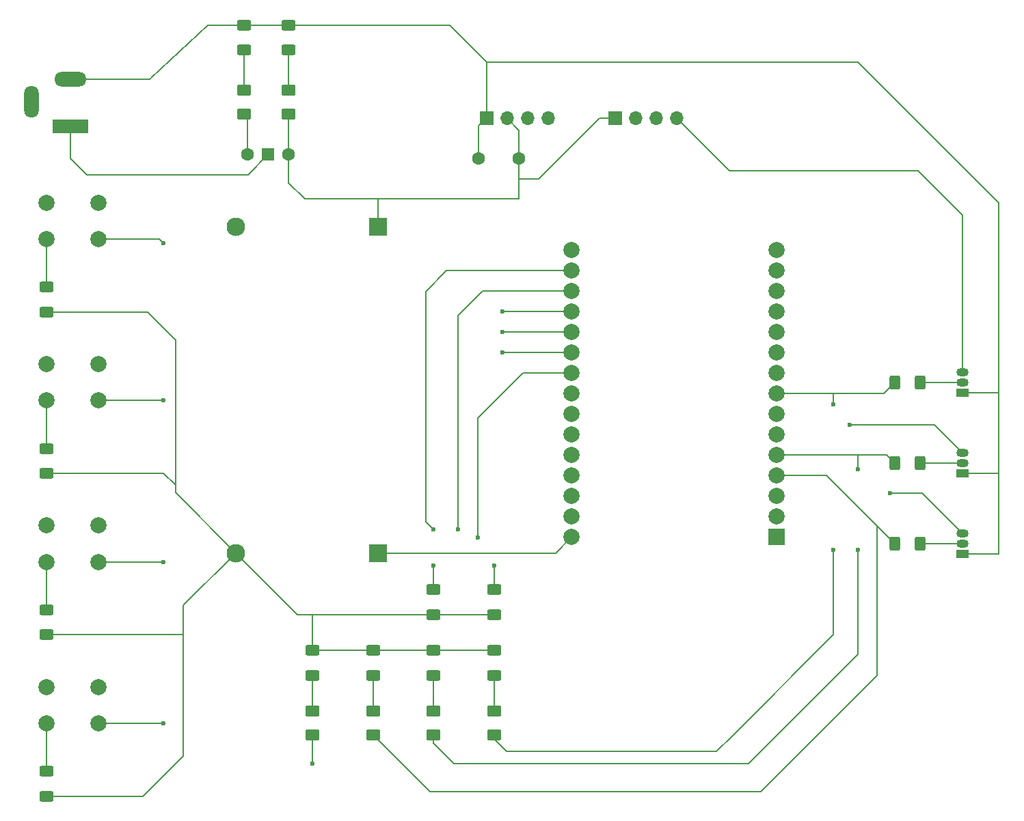
<source format=gbr>
%TF.GenerationSoftware,KiCad,Pcbnew,8.0.3-1.fc39*%
%TF.CreationDate,2024-06-27T20:10:53-06:00*%
%TF.ProjectId,Electronics,456c6563-7472-46f6-9e69-63732e6b6963,rev?*%
%TF.SameCoordinates,Original*%
%TF.FileFunction,Copper,L1,Top*%
%TF.FilePolarity,Positive*%
%FSLAX46Y46*%
G04 Gerber Fmt 4.6, Leading zero omitted, Abs format (unit mm)*
G04 Created by KiCad (PCBNEW 8.0.3-1.fc39) date 2024-06-27 20:10:53*
%MOMM*%
%LPD*%
G01*
G04 APERTURE LIST*
G04 Aperture macros list*
%AMRoundRect*
0 Rectangle with rounded corners*
0 $1 Rounding radius*
0 $2 $3 $4 $5 $6 $7 $8 $9 X,Y pos of 4 corners*
0 Add a 4 corners polygon primitive as box body*
4,1,4,$2,$3,$4,$5,$6,$7,$8,$9,$2,$3,0*
0 Add four circle primitives for the rounded corners*
1,1,$1+$1,$2,$3*
1,1,$1+$1,$4,$5*
1,1,$1+$1,$6,$7*
1,1,$1+$1,$8,$9*
0 Add four rect primitives between the rounded corners*
20,1,$1+$1,$2,$3,$4,$5,0*
20,1,$1+$1,$4,$5,$6,$7,0*
20,1,$1+$1,$6,$7,$8,$9,0*
20,1,$1+$1,$8,$9,$2,$3,0*%
G04 Aperture macros list end*
%TA.AperFunction,Conductor*%
%ADD10C,0.200000*%
%TD*%
%TA.AperFunction,SMDPad,CuDef*%
%ADD11RoundRect,0.250001X-0.624999X0.462499X-0.624999X-0.462499X0.624999X-0.462499X0.624999X0.462499X0*%
%TD*%
%TA.AperFunction,ComponentPad*%
%ADD12R,1.700000X1.700000*%
%TD*%
%TA.AperFunction,ComponentPad*%
%ADD13O,1.700000X1.700000*%
%TD*%
%TA.AperFunction,SMDPad,CuDef*%
%ADD14RoundRect,0.250000X0.400000X0.625000X-0.400000X0.625000X-0.400000X-0.625000X0.400000X-0.625000X0*%
%TD*%
%TA.AperFunction,SMDPad,CuDef*%
%ADD15RoundRect,0.250000X0.625000X-0.400000X0.625000X0.400000X-0.625000X0.400000X-0.625000X-0.400000X0*%
%TD*%
%TA.AperFunction,ComponentPad*%
%ADD16R,4.400000X1.800000*%
%TD*%
%TA.AperFunction,ComponentPad*%
%ADD17O,4.000000X1.800000*%
%TD*%
%TA.AperFunction,ComponentPad*%
%ADD18O,1.800000X4.000000*%
%TD*%
%TA.AperFunction,ComponentPad*%
%ADD19R,1.500000X1.050000*%
%TD*%
%TA.AperFunction,ComponentPad*%
%ADD20O,1.500000X1.050000*%
%TD*%
%TA.AperFunction,SMDPad,CuDef*%
%ADD21RoundRect,0.250000X-0.625000X0.400000X-0.625000X-0.400000X0.625000X-0.400000X0.625000X0.400000X0*%
%TD*%
%TA.AperFunction,ComponentPad*%
%ADD22C,2.000000*%
%TD*%
%TA.AperFunction,ComponentPad*%
%ADD23R,2.000000X2.000000*%
%TD*%
%TA.AperFunction,ComponentPad*%
%ADD24R,2.300000X2.300000*%
%TD*%
%TA.AperFunction,ComponentPad*%
%ADD25C,2.300000*%
%TD*%
%TA.AperFunction,ComponentPad*%
%ADD26R,1.500000X1.500000*%
%TD*%
%TA.AperFunction,ComponentPad*%
%ADD27C,1.600000*%
%TD*%
%TA.AperFunction,ViaPad*%
%ADD28C,0.600000*%
%TD*%
G04 APERTURE END LIST*
D10*
%TO.N,GND_HIGH*%
X118500000Y-55000000D02*
X111500000Y-61500000D01*
%TD*%
D11*
%TO.P,D2,1,K*%
%TO.N,Net-(D2-K)*%
X131500000Y-140012500D03*
%TO.P,D2,2,A*%
%TO.N,Net-(D2-A)*%
X131500000Y-142987500D03*
%TD*%
D12*
%TO.P,D1,1,A*%
%TO.N,Net-(D1-A)*%
X169000000Y-66500000D03*
D13*
%TO.P,D1,2,GK*%
%TO.N,Net-(D1-GK)*%
X171540000Y-66500000D03*
%TO.P,D1,3,RK*%
%TO.N,Net-(D1-RK)*%
X174080000Y-66500000D03*
%TO.P,D1,4,BK*%
%TO.N,Net-(D1-BK)*%
X176620000Y-66500000D03*
%TD*%
D11*
%TO.P,D7,1,K*%
%TO.N,Net-(D7-K)*%
X128500000Y-63025000D03*
%TO.P,D7,2,A*%
%TO.N,Net-(D1-A)*%
X128500000Y-66000000D03*
%TD*%
D14*
%TO.P,R6,1*%
%TO.N,Net-(Q2-B)*%
X206740000Y-109270000D03*
%TO.P,R6,2*%
%TO.N,Net-(D4-A)*%
X203640000Y-109270000D03*
%TD*%
D15*
%TO.P,R9,1*%
%TO.N,Net-(D2-K)*%
X131500000Y-135550000D03*
%TO.P,R9,2*%
%TO.N,GND_LOW*%
X131500000Y-132450000D03*
%TD*%
%TO.P,R12,1*%
%TO.N,Net-(D4-K)*%
X146500000Y-135550000D03*
%TO.P,R12,2*%
%TO.N,GND_LOW*%
X146500000Y-132450000D03*
%TD*%
D16*
%TO.P,J1,1*%
%TO.N,+12V*%
X101500000Y-67500000D03*
D17*
%TO.P,J1,2*%
%TO.N,GND_HIGH*%
X101500000Y-61700000D03*
D18*
%TO.P,J1,3*%
%TO.N,N/C*%
X96700000Y-64500000D03*
%TD*%
D19*
%TO.P,Q2,1,E*%
%TO.N,GND_HIGH*%
X212000000Y-110540000D03*
D20*
%TO.P,Q2,2,B*%
%TO.N,Net-(Q2-B)*%
X212000000Y-109270000D03*
%TO.P,Q2,3,C*%
%TO.N,Net-(D1-GK)*%
X212000000Y-108000000D03*
%TD*%
D15*
%TO.P,R3,1*%
%TO.N,GND_LOW*%
X98500000Y-110550000D03*
%TO.P,R3,2*%
%TO.N,Net-(SW3-A)*%
X98500000Y-107450000D03*
%TD*%
D21*
%TO.P,R4,1*%
%TO.N,Net-(SW4-A)*%
X98500000Y-87450000D03*
%TO.P,R4,2*%
%TO.N,GND_LOW*%
X98500000Y-90550000D03*
%TD*%
D12*
%TO.P,M1,1,-*%
%TO.N,GND_HIGH*%
X153040000Y-66500000D03*
D13*
%TO.P,M1,2,+*%
%TO.N,Net-(D1-A)*%
X155580000Y-66500000D03*
%TO.P,M1,3,Tacho*%
%TO.N,unconnected-(M1-Tacho-Pad3)*%
X158120000Y-66500000D03*
%TO.P,M1,4,PWM*%
%TO.N,Net-(D2-A)*%
X160660000Y-66500000D03*
%TD*%
D15*
%TO.P,R1,1*%
%TO.N,GND_LOW*%
X98500000Y-130550000D03*
%TO.P,R1,2*%
%TO.N,Net-(SW1-A)*%
X98500000Y-127450000D03*
%TD*%
D22*
%TO.P,SW3,1,1*%
%TO.N,unconnected-(SW3-Pad1)*%
X98500000Y-97000000D03*
%TO.P,SW3,2,2*%
%TO.N,Net-(U1-VOUT)*%
X105000000Y-97000000D03*
%TO.P,SW3,3,K*%
%TO.N,Net-(SW3-K)*%
X105000000Y-101500000D03*
%TO.P,SW3,4,A*%
%TO.N,Net-(SW3-A)*%
X98500000Y-101500000D03*
%TD*%
D14*
%TO.P,R5,1*%
%TO.N,Net-(Q1-B)*%
X206740000Y-119270000D03*
%TO.P,R5,2*%
%TO.N,Net-(D3-A)*%
X203640000Y-119270000D03*
%TD*%
D11*
%TO.P,D6,1,K*%
%TO.N,Net-(D6-K)*%
X123000000Y-63012500D03*
%TO.P,D6,2,A*%
%TO.N,Net-(D6-A)*%
X123000000Y-65987500D03*
%TD*%
D23*
%TO.P,U3,1,3V3*%
%TO.N,unconnected-(U3-3V3-Pad1)*%
X189000000Y-118400000D03*
D22*
%TO.P,U3,2,GND*%
%TO.N,GND_LOW*%
X189000000Y-115860000D03*
%TO.P,U3,3,D15*%
%TO.N,unconnected-(U3-D15-Pad3)*%
X189000000Y-113320000D03*
%TO.P,U3,4,D2*%
%TO.N,Net-(D3-A)*%
X189000000Y-110780000D03*
%TO.P,U3,5,D4*%
%TO.N,Net-(D4-A)*%
X189000000Y-108240000D03*
%TO.P,U3,6,RX2*%
%TO.N,unconnected-(U3-RX2-Pad6)*%
X189000000Y-105700000D03*
%TO.P,U3,7,TX2*%
%TO.N,unconnected-(U3-TX2-Pad7)*%
X189000000Y-103160000D03*
%TO.P,U3,8,D5*%
%TO.N,Net-(D5-A)*%
X189000000Y-100620000D03*
%TO.P,U3,9,D18*%
%TO.N,unconnected-(U3-D18-Pad9)*%
X189000000Y-98080000D03*
%TO.P,U3,10,D19*%
%TO.N,Net-(D2-A)*%
X189000000Y-95540000D03*
%TO.P,U3,11,D21*%
%TO.N,unconnected-(U3-D21-Pad11)*%
X189000000Y-93000000D03*
%TO.P,U3,12,RX0*%
%TO.N,unconnected-(U3-RX0-Pad12)*%
X189000000Y-90460000D03*
%TO.P,U3,13,TX0*%
%TO.N,unconnected-(U3-TX0-Pad13)*%
X189000000Y-87920000D03*
%TO.P,U3,14,D22*%
%TO.N,unconnected-(U3-D22-Pad14)*%
X189000000Y-85380000D03*
%TO.P,U3,15,D23*%
%TO.N,unconnected-(U3-D23-Pad15)*%
X189000000Y-82840000D03*
%TO.P,U3,16,EN*%
%TO.N,unconnected-(U3-EN-Pad16)*%
X163600000Y-82840000D03*
%TO.P,U3,17,VP*%
%TO.N,Net-(U3-VP)*%
X163600000Y-85380000D03*
%TO.P,U3,18,VN*%
%TO.N,Net-(U3-VN)*%
X163600000Y-87920000D03*
%TO.P,U3,19,D34*%
%TO.N,Net-(SW4-K)*%
X163600000Y-90460000D03*
%TO.P,U3,20,D35*%
%TO.N,Net-(SW3-K)*%
X163600000Y-93000000D03*
%TO.P,U3,21,D32*%
%TO.N,Net-(SW1-K)*%
X163600000Y-95540000D03*
%TO.P,U3,22,D33*%
%TO.N,Net-(SW2-K)*%
X163600000Y-98080000D03*
%TO.P,U3,23,D25*%
%TO.N,unconnected-(U3-D25-Pad23)*%
X163600000Y-100620000D03*
%TO.P,U3,24,D26*%
%TO.N,unconnected-(U3-D26-Pad24)*%
X163600000Y-103160000D03*
%TO.P,U3,25,D27*%
%TO.N,unconnected-(U3-D27-Pad25)*%
X163600000Y-105700000D03*
%TO.P,U3,26,D14*%
%TO.N,unconnected-(U3-D14-Pad26)*%
X163600000Y-108240000D03*
%TO.P,U3,27,D12*%
%TO.N,unconnected-(U3-D12-Pad27)*%
X163600000Y-110780000D03*
%TO.P,U3,28,D13*%
%TO.N,unconnected-(U3-D13-Pad28)*%
X163600000Y-113320000D03*
%TO.P,U3,29,GND*%
%TO.N,GND_LOW*%
X163600000Y-115860000D03*
%TO.P,U3,30,VIN*%
%TO.N,Net-(U1-VOUT)*%
X163600000Y-118400000D03*
%TD*%
D15*
%TO.P,R13,1*%
%TO.N,Net-(D5-K)*%
X154000000Y-135550000D03*
%TO.P,R13,2*%
%TO.N,GND_LOW*%
X154000000Y-132450000D03*
%TD*%
D11*
%TO.P,D4,1,K*%
%TO.N,Net-(D4-K)*%
X146500000Y-140012500D03*
%TO.P,D4,2,A*%
%TO.N,Net-(D4-A)*%
X146500000Y-142987500D03*
%TD*%
%TO.P,D5,1,K*%
%TO.N,Net-(D5-K)*%
X154000000Y-140012500D03*
%TO.P,D5,2,A*%
%TO.N,Net-(D5-A)*%
X154000000Y-142987500D03*
%TD*%
D21*
%TO.P,R11,1*%
%TO.N,Net-(U3-VN)*%
X154000000Y-124950000D03*
%TO.P,R11,2*%
%TO.N,GND_LOW*%
X154000000Y-128050000D03*
%TD*%
D24*
%TO.P,U1,1,VIN*%
%TO.N,Net-(D1-A)*%
X139600000Y-80000000D03*
D25*
%TO.P,U1,2,GND*%
%TO.N,GND_HIGH*%
X122000000Y-80000000D03*
D24*
%TO.P,U1,3,VOUT*%
%TO.N,Net-(U1-VOUT)*%
X139600000Y-120400000D03*
D25*
%TO.P,U1,4,GND*%
%TO.N,GND_LOW*%
X122000000Y-120400000D03*
%TD*%
D19*
%TO.P,Q3,1,E*%
%TO.N,GND_HIGH*%
X212000000Y-100540000D03*
D20*
%TO.P,Q3,2,B*%
%TO.N,Net-(Q3-B)*%
X212000000Y-99270000D03*
%TO.P,Q3,3,C*%
%TO.N,Net-(D1-BK)*%
X212000000Y-98000000D03*
%TD*%
D21*
%TO.P,R2,1*%
%TO.N,Net-(SW2-A)*%
X98500000Y-147450000D03*
%TO.P,R2,2*%
%TO.N,GND_LOW*%
X98500000Y-150550000D03*
%TD*%
%TO.P,R10,1*%
%TO.N,Net-(U3-VP)*%
X146500000Y-124950000D03*
%TO.P,R10,2*%
%TO.N,GND_LOW*%
X146500000Y-128050000D03*
%TD*%
D14*
%TO.P,R7,1*%
%TO.N,Net-(Q3-B)*%
X206740000Y-99270000D03*
%TO.P,R7,2*%
%TO.N,Net-(D5-A)*%
X203640000Y-99270000D03*
%TD*%
D21*
%TO.P,R14,1*%
%TO.N,GND_HIGH*%
X123000000Y-54950000D03*
%TO.P,R14,2*%
%TO.N,Net-(D6-K)*%
X123000000Y-58050000D03*
%TD*%
D11*
%TO.P,D3,1,K*%
%TO.N,Net-(D3-K)*%
X139000000Y-140012500D03*
%TO.P,D3,2,A*%
%TO.N,Net-(D3-A)*%
X139000000Y-142987500D03*
%TD*%
D26*
%TO.P,SW5,1,B*%
%TO.N,+12V*%
X126000000Y-71000000D03*
D27*
%TO.P,SW5,2,C*%
%TO.N,Net-(D6-A)*%
X123460000Y-71000000D03*
%TO.P,SW5,3,A*%
%TO.N,Net-(D1-A)*%
X128540000Y-71000000D03*
%TD*%
%TO.P,C1,1*%
%TO.N,GND_HIGH*%
X152080000Y-71500000D03*
%TO.P,C1,2*%
%TO.N,Net-(D1-A)*%
X157080000Y-71500000D03*
%TD*%
D22*
%TO.P,SW1,1,1*%
%TO.N,unconnected-(SW1-Pad1)*%
X98500000Y-117000000D03*
%TO.P,SW1,2,2*%
%TO.N,Net-(U1-VOUT)*%
X105000000Y-117000000D03*
%TO.P,SW1,3,K*%
%TO.N,Net-(SW1-K)*%
X105000000Y-121500000D03*
%TO.P,SW1,4,A*%
%TO.N,Net-(SW1-A)*%
X98500000Y-121500000D03*
%TD*%
D15*
%TO.P,R8,1*%
%TO.N,Net-(D3-K)*%
X139000000Y-135550000D03*
%TO.P,R8,2*%
%TO.N,GND_LOW*%
X139000000Y-132450000D03*
%TD*%
D22*
%TO.P,SW2,1,1*%
%TO.N,unconnected-(SW2-Pad1)*%
X98500000Y-137000000D03*
%TO.P,SW2,2,2*%
%TO.N,Net-(U1-VOUT)*%
X105000000Y-137000000D03*
%TO.P,SW2,3,K*%
%TO.N,Net-(SW2-K)*%
X105000000Y-141500000D03*
%TO.P,SW2,4,A*%
%TO.N,Net-(SW2-A)*%
X98500000Y-141500000D03*
%TD*%
D21*
%TO.P,R15,1*%
%TO.N,GND_HIGH*%
X128500000Y-54950000D03*
%TO.P,R15,2*%
%TO.N,Net-(D7-K)*%
X128500000Y-58050000D03*
%TD*%
D19*
%TO.P,Q1,1,E*%
%TO.N,GND_HIGH*%
X212000000Y-120540000D03*
D20*
%TO.P,Q1,2,B*%
%TO.N,Net-(Q1-B)*%
X212000000Y-119270000D03*
%TO.P,Q1,3,C*%
%TO.N,Net-(D1-RK)*%
X212000000Y-118000000D03*
%TD*%
D22*
%TO.P,SW4,1,1*%
%TO.N,unconnected-(SW4-Pad1)*%
X98500000Y-77000000D03*
%TO.P,SW4,2,2*%
%TO.N,Net-(U1-VOUT)*%
X105000000Y-77000000D03*
%TO.P,SW4,3,K*%
%TO.N,Net-(SW4-K)*%
X105000000Y-81500000D03*
%TO.P,SW4,4,A*%
%TO.N,Net-(SW4-A)*%
X98500000Y-81500000D03*
%TD*%
D28*
%TO.N,Net-(D1-RK)*%
X203000000Y-113000000D03*
%TO.N,Net-(D1-GK)*%
X198000000Y-104500000D03*
%TO.N,Net-(D2-A)*%
X131500000Y-146500000D03*
%TO.N,Net-(D4-A)*%
X199000000Y-110000000D03*
X199000000Y-120000000D03*
%TO.N,Net-(D5-A)*%
X196000000Y-102000000D03*
X196000000Y-120000000D03*
%TO.N,Net-(U3-VP)*%
X146500000Y-117500000D03*
X146500000Y-122000000D03*
%TO.N,Net-(U3-VN)*%
X154000000Y-122000000D03*
X149500000Y-117500000D03*
%TO.N,Net-(SW1-K)*%
X155000000Y-95540000D03*
X113000000Y-121500000D03*
%TO.N,Net-(SW2-K)*%
X152000000Y-118500000D03*
X113000000Y-141500000D03*
%TO.N,Net-(SW3-K)*%
X155000000Y-93000000D03*
X113000000Y-101500000D03*
%TO.N,Net-(SW4-K)*%
X113000000Y-82000000D03*
X155000000Y-90460000D03*
%TD*%
D10*
%TO.N,Net-(D1-A)*%
X159500000Y-74000000D02*
X167000000Y-66500000D01*
X159500000Y-74000000D02*
X157080000Y-74000000D01*
X157080000Y-76420000D02*
X157080000Y-74000000D01*
X157080000Y-74000000D02*
X157080000Y-71500000D01*
X157000000Y-76500000D02*
X157080000Y-76420000D01*
X130500000Y-76500000D02*
X139500000Y-76500000D01*
X139500000Y-76500000D02*
X157000000Y-76500000D01*
X128540000Y-71000000D02*
X128540000Y-74540000D01*
X167000000Y-66500000D02*
X169000000Y-66500000D01*
X139600000Y-76600000D02*
X139500000Y-76500000D01*
X128540000Y-66040000D02*
X128500000Y-66000000D01*
X157080000Y-68000000D02*
X155580000Y-66500000D01*
X157080000Y-71500000D02*
X157080000Y-68000000D01*
X128540000Y-71000000D02*
X128540000Y-66040000D01*
X128540000Y-74540000D02*
X130500000Y-76500000D01*
X139600000Y-80000000D02*
X139600000Y-76600000D01*
%TO.N,Net-(D1-RK)*%
X207000000Y-113000000D02*
X203000000Y-113000000D01*
X212000000Y-118000000D02*
X207000000Y-113000000D01*
%TO.N,Net-(D1-GK)*%
X198000000Y-104500000D02*
X208500000Y-104500000D01*
X208500000Y-104500000D02*
X212000000Y-108000000D01*
%TO.N,Net-(D1-BK)*%
X206500000Y-73000000D02*
X183120000Y-73000000D01*
X212000000Y-98000000D02*
X212000000Y-78500000D01*
X183120000Y-73000000D02*
X176620000Y-66500000D01*
X212000000Y-78500000D02*
X206500000Y-73000000D01*
%TO.N,Net-(D2-K)*%
X131500000Y-140012500D02*
X131500000Y-135550000D01*
%TO.N,Net-(D2-A)*%
X131500000Y-146500000D02*
X131500000Y-142987500D01*
%TO.N,Net-(D3-K)*%
X139000000Y-140012500D02*
X139000000Y-135550000D01*
%TO.N,Net-(D3-A)*%
X201435000Y-117065000D02*
X203640000Y-119270000D01*
X201435000Y-117065000D02*
X201435000Y-135565000D01*
X189000000Y-110780000D02*
X195150000Y-110780000D01*
X201435000Y-135565000D02*
X187000000Y-150000000D01*
X146012500Y-150000000D02*
X139000000Y-142987500D01*
X195150000Y-110780000D02*
X201435000Y-117065000D01*
X187000000Y-150000000D02*
X146012500Y-150000000D01*
%TO.N,Net-(D4-A)*%
X189000000Y-108240000D02*
X199000000Y-108240000D01*
X149000000Y-146500000D02*
X146500000Y-144000000D01*
X203140000Y-109770000D02*
X203640000Y-109270000D01*
X199000000Y-108240000D02*
X202610000Y-108240000D01*
X146500000Y-144000000D02*
X146500000Y-142987500D01*
X202610000Y-108240000D02*
X203640000Y-109270000D01*
X185500000Y-146500000D02*
X149000000Y-146500000D01*
X199000000Y-133000000D02*
X185500000Y-146500000D01*
X199000000Y-120000000D02*
X199000000Y-133000000D01*
X199000000Y-108240000D02*
X199000000Y-110000000D01*
%TO.N,Net-(D4-K)*%
X146500000Y-140012500D02*
X146500000Y-135550000D01*
%TO.N,Net-(D5-A)*%
X183500000Y-143000000D02*
X181500000Y-145000000D01*
X181500000Y-145000000D02*
X155500000Y-145000000D01*
X196000000Y-100620000D02*
X202290000Y-100620000D01*
X189000000Y-100620000D02*
X196000000Y-100620000D01*
X154000000Y-143500000D02*
X154000000Y-142987500D01*
X196000000Y-120000000D02*
X196000000Y-130500000D01*
X196000000Y-100620000D02*
X196000000Y-102000000D01*
X202290000Y-100620000D02*
X203640000Y-99270000D01*
X155500000Y-145000000D02*
X154000000Y-143500000D01*
X196000000Y-130500000D02*
X183500000Y-143000000D01*
%TO.N,Net-(D5-K)*%
X154000000Y-140012500D02*
X154000000Y-135550000D01*
%TO.N,Net-(D6-K)*%
X123000000Y-63012500D02*
X123000000Y-58050000D01*
%TO.N,Net-(D6-A)*%
X123460000Y-66447500D02*
X123000000Y-65987500D01*
X123460000Y-71000000D02*
X123460000Y-66447500D01*
%TO.N,Net-(D7-K)*%
X128500000Y-63025000D02*
X128500000Y-58050000D01*
%TO.N,+12V*%
X101500000Y-71500000D02*
X103500000Y-73500000D01*
X123500000Y-73500000D02*
X126000000Y-71000000D01*
X103500000Y-73500000D02*
X123500000Y-73500000D01*
X101500000Y-67500000D02*
X101500000Y-71500000D01*
%TO.N,Net-(Q1-B)*%
X206740000Y-119270000D02*
X212000000Y-119270000D01*
%TO.N,Net-(Q2-B)*%
X206740000Y-109270000D02*
X212000000Y-109270000D01*
%TO.N,Net-(Q3-B)*%
X206740000Y-99270000D02*
X212000000Y-99270000D01*
%TO.N,Net-(SW1-A)*%
X98500000Y-121500000D02*
X98500000Y-127450000D01*
%TO.N,Net-(SW2-A)*%
X98500000Y-141500000D02*
X98500000Y-147450000D01*
%TO.N,Net-(SW3-A)*%
X98500000Y-101500000D02*
X98500000Y-107450000D01*
%TO.N,Net-(SW4-A)*%
X98500000Y-81500000D02*
X98500000Y-87450000D01*
%TO.N,Net-(U3-VP)*%
X148000000Y-85500000D02*
X148000000Y-85380000D01*
X163600000Y-85380000D02*
X148000000Y-85380000D01*
X145500000Y-88000000D02*
X148000000Y-85500000D01*
X145500000Y-116500000D02*
X146500000Y-117500000D01*
X145500000Y-88000000D02*
X145500000Y-116500000D01*
X146500000Y-122000000D02*
X146500000Y-124950000D01*
%TO.N,Net-(U3-VN)*%
X149500000Y-117500000D02*
X149500000Y-91000000D01*
X154000000Y-122000000D02*
X154000000Y-124950000D01*
X149500000Y-91000000D02*
X152580000Y-87920000D01*
X152580000Y-87920000D02*
X163600000Y-87920000D01*
%TO.N,Net-(SW1-K)*%
X105000000Y-121500000D02*
X113000000Y-121500000D01*
X155000000Y-95540000D02*
X163600000Y-95540000D01*
%TO.N,Net-(U1-VOUT)*%
X161600000Y-120400000D02*
X163600000Y-118400000D01*
X139600000Y-120400000D02*
X161600000Y-120400000D01*
%TO.N,Net-(SW2-K)*%
X105000000Y-141500000D02*
X113000000Y-141500000D01*
X152000000Y-103660000D02*
X157580000Y-98080000D01*
X157580000Y-98080000D02*
X163600000Y-98080000D01*
X152000000Y-118500000D02*
X152000000Y-103660000D01*
%TO.N,Net-(SW3-K)*%
X155000000Y-93000000D02*
X163600000Y-93000000D01*
X105000000Y-101500000D02*
X113000000Y-101500000D01*
%TO.N,Net-(SW4-K)*%
X112500000Y-81500000D02*
X113000000Y-82000000D01*
X155000000Y-90460000D02*
X163600000Y-90460000D01*
X105000000Y-81500000D02*
X112500000Y-81500000D01*
%TO.N,GND_HIGH*%
X216460000Y-100540000D02*
X216500000Y-100500000D01*
X216460000Y-110540000D02*
X216500000Y-110500000D01*
X212000000Y-120540000D02*
X212225000Y-120540000D01*
X216500000Y-120500000D02*
X216500000Y-110500000D01*
X216500000Y-110500000D02*
X216500000Y-100500000D01*
X111500000Y-61500000D02*
X111300000Y-61700000D01*
X216500000Y-100500000D02*
X216500000Y-77000000D01*
X212225000Y-120540000D02*
X212265000Y-120500000D01*
X153040000Y-66500000D02*
X153040000Y-62500000D01*
X152080000Y-67460000D02*
X153040000Y-66500000D01*
X216500000Y-77000000D02*
X216460000Y-77000000D01*
X216460000Y-77000000D02*
X199000000Y-59540000D01*
X152080000Y-71500000D02*
X152080000Y-67460000D01*
X111300000Y-61700000D02*
X101500000Y-61700000D01*
X148450000Y-54950000D02*
X128500000Y-54950000D01*
X153040000Y-62500000D02*
X153040000Y-59540000D01*
X199000000Y-59540000D02*
X153040000Y-59540000D01*
X128500000Y-54950000D02*
X123000000Y-54950000D01*
X212265000Y-120500000D02*
X216500000Y-120500000D01*
X212000000Y-110540000D02*
X216460000Y-110540000D01*
X212000000Y-100540000D02*
X216460000Y-100540000D01*
X153040000Y-59540000D02*
X148450000Y-54950000D01*
X123000000Y-54950000D02*
X118550000Y-54950000D01*
%TO.N,GND_LOW*%
X110500000Y-150550000D02*
X115500000Y-145550000D01*
X154000000Y-128050000D02*
X146500000Y-128050000D01*
X98500000Y-90550000D02*
X111050000Y-90550000D01*
X115450000Y-130550000D02*
X115500000Y-130500000D01*
X131500000Y-128050000D02*
X129650000Y-128050000D01*
X98500000Y-150550000D02*
X110500000Y-150550000D01*
X115500000Y-145550000D02*
X115500000Y-130500000D01*
X115500000Y-126900000D02*
X122000000Y-120400000D01*
X113050000Y-110550000D02*
X114500000Y-112000000D01*
X154000000Y-132450000D02*
X146500000Y-132450000D01*
X131500000Y-132450000D02*
X131500000Y-128050000D01*
X98500000Y-110550000D02*
X112500000Y-110550000D01*
X115500000Y-130500000D02*
X115500000Y-126900000D01*
X114500000Y-112900000D02*
X122000000Y-120400000D01*
X114500000Y-94000000D02*
X114500000Y-110500000D01*
X98500000Y-130550000D02*
X115450000Y-130550000D01*
X111050000Y-90550000D02*
X114500000Y-94000000D01*
X146500000Y-132450000D02*
X139000000Y-132450000D01*
X131500000Y-132450000D02*
X139000000Y-132450000D01*
X114500000Y-110500000D02*
X114500000Y-112000000D01*
X114500000Y-112000000D02*
X114500000Y-112900000D01*
X129650000Y-128050000D02*
X122000000Y-120400000D01*
X146500000Y-128050000D02*
X131500000Y-128050000D01*
X112500000Y-110550000D02*
X113050000Y-110550000D01*
%TD*%
M02*

</source>
